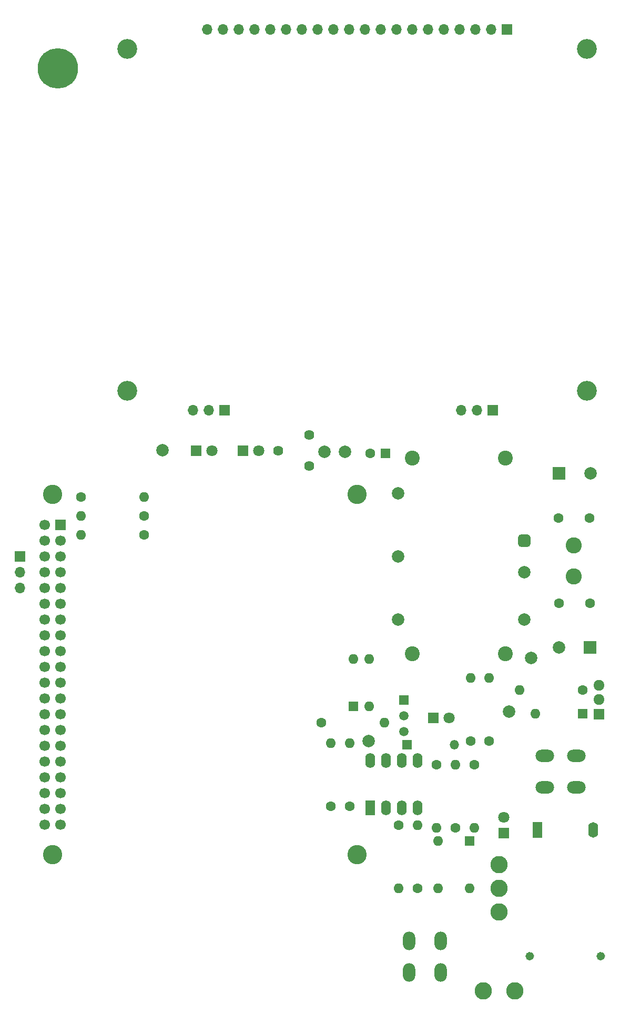
<source format=gbr>
%TF.GenerationSoftware,KiCad,Pcbnew,7.0.8*%
%TF.CreationDate,2023-11-09T14:24:46+01:00*%
%TF.ProjectId,LoRa-WindPower-Control,4c6f5261-2d57-4696-9e64-506f7765722d,1.0*%
%TF.SameCoordinates,Original*%
%TF.FileFunction,Soldermask,Top*%
%TF.FilePolarity,Negative*%
%FSLAX46Y46*%
G04 Gerber Fmt 4.6, Leading zero omitted, Abs format (unit mm)*
G04 Created by KiCad (PCBNEW 7.0.8) date 2023-11-09 14:24:46*
%MOMM*%
%LPD*%
G01*
G04 APERTURE LIST*
G04 Aperture macros list*
%AMRoundRect*
0 Rectangle with rounded corners*
0 $1 Rounding radius*
0 $2 $3 $4 $5 $6 $7 $8 $9 X,Y pos of 4 corners*
0 Add a 4 corners polygon primitive as box body*
4,1,4,$2,$3,$4,$5,$6,$7,$8,$9,$2,$3,0*
0 Add four circle primitives for the rounded corners*
1,1,$1+$1,$2,$3*
1,1,$1+$1,$4,$5*
1,1,$1+$1,$6,$7*
1,1,$1+$1,$8,$9*
0 Add four rect primitives between the rounded corners*
20,1,$1+$1,$2,$3,$4,$5,0*
20,1,$1+$1,$4,$5,$6,$7,0*
20,1,$1+$1,$6,$7,$8,$9,0*
20,1,$1+$1,$8,$9,$2,$3,0*%
G04 Aperture macros list end*
%ADD10C,0.710000*%
%ADD11R,2.000000X2.000000*%
%ADD12C,2.000000*%
%ADD13C,1.600000*%
%ADD14O,1.600000X1.600000*%
%ADD15R,1.700000X1.700000*%
%ADD16O,1.700000X1.700000*%
%ADD17R,1.600000X1.600000*%
%ADD18O,2.000000X3.000000*%
%ADD19C,3.100000*%
%ADD20C,1.700000*%
%ADD21R,1.800000X1.800000*%
%ADD22C,1.800000*%
%ADD23RoundRect,0.500000X-0.500000X0.500000X-0.500000X-0.500000X0.500000X-0.500000X0.500000X0.500000X0*%
%ADD24C,6.500000*%
%ADD25R,1.800000X1.717500*%
%ADD26O,1.800000X1.717500*%
%ADD27C,2.400000*%
%ADD28C,2.600000*%
%ADD29R,1.600000X2.500000*%
%ADD30O,1.600000X2.500000*%
%ADD31C,1.620000*%
%ADD32O,3.000000X2.000000*%
%ADD33R,1.600000X2.400000*%
%ADD34O,1.600000X2.400000*%
%ADD35R,1.500000X1.500000*%
%ADD36C,1.500000*%
%ADD37C,2.800000*%
%ADD38O,1.500000X1.500000*%
%ADD39C,3.200000*%
G04 APERTURE END LIST*
%TO.C,F1*%
D10*
X145469800Y-212371600D02*
G75*
G03*
X145469800Y-212371600I-355000J0D01*
G01*
X156899800Y-212371600D02*
G75*
G03*
X156899800Y-212371600I-355000J0D01*
G01*
%TD*%
D11*
%TO.C,C5*%
X149854123Y-134620000D03*
D12*
X154854123Y-134620000D03*
%TD*%
D13*
%TO.C,R11*%
X135559400Y-177726000D03*
D14*
X135559400Y-167566000D03*
%TD*%
D15*
%TO.C,X12*%
X141434651Y-63221607D03*
D16*
X138894651Y-63221607D03*
X136354651Y-63221607D03*
X133814651Y-63221607D03*
X131274651Y-63221607D03*
X128734651Y-63221607D03*
X126194651Y-63221607D03*
X123654651Y-63221607D03*
X121114651Y-63221607D03*
X118574651Y-63221607D03*
X116034651Y-63221607D03*
X113494651Y-63221607D03*
X110954651Y-63221607D03*
X108414651Y-63221607D03*
X105874651Y-63221607D03*
X103334651Y-63221607D03*
X100794651Y-63221607D03*
X98254651Y-63221607D03*
X95714651Y-63221607D03*
X93174651Y-63221607D03*
%TD*%
D13*
%TO.C,R6*%
X153618800Y-169572600D03*
D14*
X143458800Y-169572600D03*
%TD*%
D12*
%TO.C,X7*%
X119176400Y-177776800D03*
%TD*%
D17*
%TO.C,C6*%
X121908180Y-131472600D03*
D13*
X119408180Y-131472600D03*
%TD*%
D18*
%TO.C,X8*%
X125678800Y-215013200D03*
X125678800Y-209933200D03*
X130758800Y-215013200D03*
X130758800Y-209933200D03*
%TD*%
D13*
%TO.C,R16*%
X124002400Y-191289600D03*
D14*
X124002400Y-201449600D03*
%TD*%
D19*
%TO.C,X11*%
X117296800Y-138064800D03*
X68296800Y-138064800D03*
X117296800Y-196064800D03*
X68296800Y-196064800D03*
D15*
X69566800Y-142934800D03*
D20*
X67026800Y-142934800D03*
X69566800Y-145474800D03*
X67026800Y-145474800D03*
X69566800Y-148014800D03*
X67026800Y-148014800D03*
X69566800Y-150554800D03*
X67026800Y-150554800D03*
X69566800Y-153094800D03*
X67026800Y-153094800D03*
X69566800Y-155634800D03*
X67026800Y-155634800D03*
X69566800Y-158174800D03*
X67026800Y-158174800D03*
X69566800Y-160714800D03*
X67026800Y-160714800D03*
X69566800Y-163254800D03*
X67026800Y-163254800D03*
X69566800Y-165794800D03*
X67026800Y-165794800D03*
X69566800Y-168334800D03*
X67026800Y-168334800D03*
X69566800Y-170874800D03*
X67026800Y-170874800D03*
X69566800Y-173414800D03*
X67026800Y-173414800D03*
X69566800Y-175954800D03*
X67026800Y-175954800D03*
X69566800Y-178494800D03*
X67026800Y-178494800D03*
X69566800Y-181034800D03*
X67026800Y-181034800D03*
X69566800Y-183574800D03*
X67026800Y-183574800D03*
X69566800Y-186114800D03*
X67026800Y-186114800D03*
X69566800Y-188654800D03*
X67026800Y-188654800D03*
X69566800Y-191194800D03*
X67026800Y-191194800D03*
%TD*%
D21*
%TO.C,P2*%
X98944200Y-130990000D03*
D22*
X101484200Y-130990000D03*
%TD*%
D12*
%TO.C,X1*%
X112089800Y-131218600D03*
%TD*%
D13*
%TO.C,R10*%
X111556400Y-174779600D03*
D14*
X121716400Y-174779600D03*
%TD*%
D12*
%TO.C,X2*%
X141782400Y-173001600D03*
%TD*%
D17*
%TO.C,K2*%
X116738000Y-172138000D03*
D14*
X119278000Y-172138000D03*
X119278000Y-164518000D03*
X116738000Y-164518000D03*
%TD*%
D23*
%TO.C,T1*%
X144220800Y-145482600D03*
D12*
X144220800Y-150562600D03*
X123900800Y-137862600D03*
X123900800Y-148022600D03*
X123900800Y-158182600D03*
X144220800Y-158182600D03*
%TD*%
D24*
%TO.C,X14*%
X69163800Y-69448600D03*
%TD*%
D13*
%TO.C,R15*%
X130073000Y-181536000D03*
D14*
X130073000Y-191696000D03*
%TD*%
D12*
%TO.C,X4*%
X145363800Y-164365600D03*
%TD*%
D13*
%TO.C,R1*%
X136143600Y-181536000D03*
D14*
X136143600Y-191696000D03*
%TD*%
D21*
%TO.C,P3*%
X91370000Y-130990000D03*
D22*
X93910000Y-130990000D03*
%TD*%
D13*
%TO.C,R14*%
X116128400Y-188241600D03*
D14*
X116128400Y-178081600D03*
%TD*%
D25*
%TO.C,K1*%
X156285800Y-173390600D03*
D26*
X156285800Y-171100600D03*
X156285800Y-168810600D03*
%TD*%
D27*
%TO.C,C1*%
X141195300Y-132234600D03*
X126195300Y-132234600D03*
%TD*%
D28*
%TO.C,R2*%
X152221800Y-151244600D03*
X152221800Y-146244600D03*
%TD*%
D15*
%TO.C,X10*%
X63042400Y-148008000D03*
D16*
X63042400Y-150548000D03*
X63042400Y-153088000D03*
%TD*%
D11*
%TO.C,C2*%
X154843477Y-162714600D03*
D12*
X149843477Y-162714600D03*
%TD*%
D13*
%TO.C,R7*%
X72890000Y-138474000D03*
D14*
X83050000Y-138474000D03*
%TD*%
D12*
%TO.C,X5*%
X115391800Y-131218600D03*
%TD*%
D13*
%TO.C,R4*%
X127050400Y-201449600D03*
D14*
X127050400Y-191289600D03*
%TD*%
D13*
%TO.C,R9*%
X83050000Y-141522000D03*
D14*
X72890000Y-141522000D03*
%TD*%
D29*
%TO.C,F1*%
X146379800Y-192051600D03*
D30*
X155279800Y-192051600D03*
%TD*%
D31*
%TO.C,RV1*%
X109570000Y-128480000D03*
X104570000Y-130980000D03*
X109570000Y-133480000D03*
%TD*%
D13*
%TO.C,R5*%
X138582000Y-177726000D03*
D14*
X138582000Y-167566000D03*
%TD*%
D32*
%TO.C,X3*%
X152602800Y-185193600D03*
X147522800Y-185193600D03*
X152602800Y-180113600D03*
X147522800Y-180113600D03*
%TD*%
D13*
%TO.C,C3*%
X154848800Y-155602600D03*
X149848800Y-155602600D03*
%TD*%
D21*
%TO.C,P1*%
X140918800Y-192559600D03*
D22*
X140918800Y-190019600D03*
%TD*%
D13*
%TO.C,R8*%
X83050000Y-144570000D03*
D14*
X72890000Y-144570000D03*
%TD*%
D33*
%TO.C,K3*%
X119400000Y-188500000D03*
D34*
X121940000Y-188500000D03*
X124480000Y-188500000D03*
X127020000Y-188500000D03*
X127020000Y-180880000D03*
X124480000Y-180880000D03*
X121940000Y-180880000D03*
X119400000Y-180880000D03*
%TD*%
D21*
%TO.C,P4*%
X129539600Y-174017600D03*
D22*
X132079600Y-174017600D03*
%TD*%
D15*
%TO.C,X13*%
X95930000Y-124490000D03*
D16*
X93390000Y-124490000D03*
X90850000Y-124490000D03*
%TD*%
D12*
%TO.C,X6*%
X85939400Y-130939200D03*
%TD*%
D15*
%TO.C,X9*%
X139127871Y-124492014D03*
D16*
X136587871Y-124492014D03*
X134047871Y-124492014D03*
%TD*%
D13*
%TO.C,R12*%
X133121000Y-191696000D03*
D14*
X133121000Y-181536000D03*
%TD*%
D35*
%TO.C,K4*%
X124815200Y-171172800D03*
D36*
X124815200Y-173712800D03*
X124815200Y-176252800D03*
%TD*%
D13*
%TO.C,R13*%
X113080400Y-188241600D03*
D14*
X113080400Y-178081600D03*
%TD*%
D17*
%TO.C,T3*%
X135444800Y-193829600D03*
D14*
X130364800Y-193829600D03*
X130364800Y-201449600D03*
X135444800Y-201449600D03*
%TD*%
D37*
%TO.C,SW1*%
X140156800Y-205273100D03*
X140156800Y-201463100D03*
X140147358Y-197653100D03*
X137616800Y-217973100D03*
X142696800Y-217973100D03*
%TD*%
D27*
%TO.C,C7*%
X141195300Y-163730600D03*
X126195300Y-163730600D03*
%TD*%
D35*
%TO.C,T2*%
X125323200Y-178335600D03*
D38*
X132943200Y-178335600D03*
%TD*%
D17*
%TO.C,R3*%
X153618800Y-173382600D03*
D14*
X145998800Y-173382600D03*
%TD*%
D13*
%TO.C,C4*%
X149721800Y-141886600D03*
X154721800Y-141886600D03*
%TD*%
D39*
%TO.C,K6*%
X154332345Y-121341368D03*
X154332345Y-66341368D03*
X80332345Y-121341368D03*
X80332345Y-66341368D03*
%TD*%
M02*

</source>
